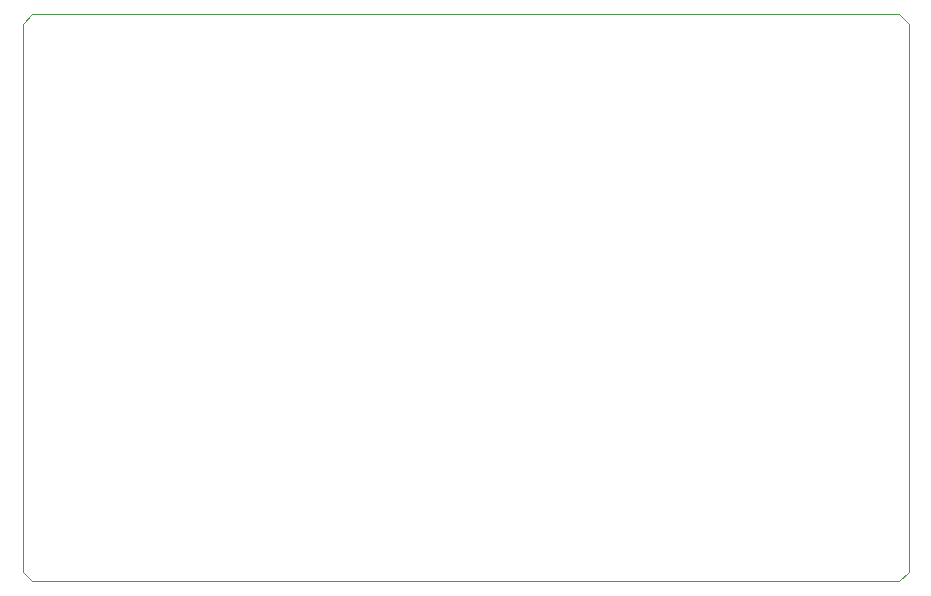
<source format=gm1>
G04 #@! TF.GenerationSoftware,KiCad,Pcbnew,7.0.10*
G04 #@! TF.CreationDate,2024-02-24T17:37:44+01:00*
G04 #@! TF.ProjectId,rp2040-board,72703230-3430-42d6-926f-6172642e6b69,rev?*
G04 #@! TF.SameCoordinates,Original*
G04 #@! TF.FileFunction,Profile,NP*
%FSLAX46Y46*%
G04 Gerber Fmt 4.6, Leading zero omitted, Abs format (unit mm)*
G04 Created by KiCad (PCBNEW 7.0.10) date 2024-02-24 17:37:44*
%MOMM*%
%LPD*%
G01*
G04 APERTURE LIST*
G04 #@! TA.AperFunction,Profile*
%ADD10C,0.100000*%
G04 #@! TD*
G04 APERTURE END LIST*
D10*
X100000000Y-119200000D02*
X100800000Y-120000000D01*
X100800000Y-120000000D02*
X174200000Y-120000000D01*
X174200000Y-120000000D02*
X175000000Y-119200000D01*
X175000000Y-72800000D02*
X174200000Y-72000000D01*
X175000000Y-119200000D02*
X175000000Y-72800000D01*
X100000000Y-72800000D02*
X100000000Y-119200000D01*
X174200000Y-72000000D02*
X100800000Y-72000000D01*
X100000000Y-72800000D02*
X100800000Y-72000000D01*
M02*

</source>
